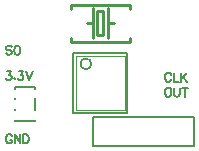
<source format=gto>
G04 Layer: TopSilkLayer*
G04 EasyEDA v6.4.7, 2021-01-18T10:53:27+01:00*
G04 ca9b9a0dce2c468c998d6246f507db70,8dc9eacff13444d6b60fd3cb587e6cd5,01*
G04 Gerber Generator version 0.2*
G04 Scale: 100 percent, Rotated: No, Reflected: No *
G04 Dimensions in inches *
G04 leading zeros omitted , absolute positions ,2 integer and 4 decimal *
%FSLAX24Y24*%
%MOIN*%
G90*
D02*

%ADD10C,0.010000*%
%ADD19C,0.006000*%
%ADD20C,0.008000*%
%ADD21C,0.002000*%
%ADD22C,0.007000*%

%LPD*%
G54D19*
G01X2220Y1053D02*
G01X2220Y1016D01*
G01X1582Y1016D01*
G01X1582Y1053D01*
G01X1582Y2099D02*
G01X1582Y2136D01*
G01X2220Y2136D01*
G01X2220Y2099D01*
G01X2220Y1782D02*
G01X2220Y1371D01*
G01X1582Y1745D02*
G01X1582Y1782D01*
G01X1582Y1371D02*
G01X1582Y1408D01*
G54D20*
G01X7519Y1161D02*
G01X7519Y177D01*
G01X4173Y177D01*
G01X4173Y1161D01*
G01X7519Y1161D01*
G54D19*
G01X5308Y3273D02*
G01X3510Y3273D01*
G01X3510Y1293D01*
G01X5308Y1293D01*
G01X5308Y3273D01*
G54D21*
G01X5218Y3183D02*
G01X3600Y3183D01*
G01X3600Y1383D01*
G01X5218Y1383D01*
G01X5218Y3183D01*
G54D10*
G01X5391Y4737D02*
G01X5391Y4897D01*
G01X3431Y4897D01*
G01X3431Y4737D01*
G01X3431Y3797D02*
G01X3431Y3637D01*
G01X5391Y3637D01*
G01X5391Y3797D01*
G01X4311Y4667D02*
G01X4311Y3867D01*
G01X4511Y3867D01*
G01X4511Y4667D01*
G01X4311Y4667D01*
G01X4161Y4767D02*
G01X4161Y4267D01*
G01X4161Y3767D01*
G01X4661Y4767D02*
G01X4661Y4267D01*
G01X4661Y3767D01*
G01X4161Y4267D02*
G01X3961Y4267D01*
G01X4661Y4267D02*
G01X4861Y4267D01*
G54D22*
G01X1288Y2670D02*
G01X1438Y2670D01*
G01X1356Y2561D01*
G01X1397Y2561D01*
G01X1425Y2547D01*
G01X1438Y2533D01*
G01X1452Y2492D01*
G01X1452Y2465D01*
G01X1438Y2424D01*
G01X1411Y2397D01*
G01X1370Y2383D01*
G01X1329Y2383D01*
G01X1288Y2397D01*
G01X1275Y2411D01*
G01X1261Y2438D01*
G01X1556Y2452D02*
G01X1542Y2438D01*
G01X1556Y2424D01*
G01X1569Y2438D01*
G01X1556Y2452D01*
G01X1686Y2670D02*
G01X1836Y2670D01*
G01X1755Y2561D01*
G01X1796Y2561D01*
G01X1823Y2547D01*
G01X1836Y2533D01*
G01X1850Y2492D01*
G01X1850Y2465D01*
G01X1836Y2424D01*
G01X1809Y2397D01*
G01X1768Y2383D01*
G01X1727Y2383D01*
G01X1686Y2397D01*
G01X1673Y2411D01*
G01X1659Y2438D01*
G01X1940Y2670D02*
G01X2049Y2383D01*
G01X2158Y2670D02*
G01X2049Y2383D01*
G01X6766Y2552D02*
G01X6752Y2579D01*
G01X6725Y2606D01*
G01X6697Y2620D01*
G01X6643Y2620D01*
G01X6616Y2606D01*
G01X6588Y2579D01*
G01X6575Y2552D01*
G01X6561Y2511D01*
G01X6561Y2442D01*
G01X6575Y2402D01*
G01X6588Y2374D01*
G01X6616Y2347D01*
G01X6643Y2333D01*
G01X6697Y2333D01*
G01X6725Y2347D01*
G01X6752Y2374D01*
G01X6766Y2402D01*
G01X6856Y2620D02*
G01X6856Y2333D01*
G01X6856Y2333D02*
G01X7019Y2333D01*
G01X7109Y2620D02*
G01X7109Y2333D01*
G01X7300Y2620D02*
G01X7109Y2429D01*
G01X7177Y2497D02*
G01X7300Y2333D01*
G01X1466Y502D02*
G01X1452Y529D01*
G01X1425Y556D01*
G01X1397Y570D01*
G01X1343Y570D01*
G01X1316Y556D01*
G01X1288Y529D01*
G01X1275Y502D01*
G01X1261Y461D01*
G01X1261Y392D01*
G01X1275Y352D01*
G01X1288Y324D01*
G01X1316Y297D01*
G01X1343Y283D01*
G01X1397Y283D01*
G01X1425Y297D01*
G01X1452Y324D01*
G01X1466Y352D01*
G01X1466Y392D01*
G01X1397Y392D02*
G01X1466Y392D01*
G01X1556Y570D02*
G01X1556Y283D01*
G01X1556Y570D02*
G01X1746Y283D01*
G01X1746Y570D02*
G01X1746Y283D01*
G01X1836Y570D02*
G01X1836Y283D01*
G01X1836Y570D02*
G01X1932Y570D01*
G01X1973Y556D01*
G01X2000Y529D01*
G01X2014Y502D01*
G01X2027Y461D01*
G01X2027Y392D01*
G01X2014Y352D01*
G01X2000Y324D01*
G01X1973Y297D01*
G01X1932Y283D01*
G01X1836Y283D01*
G01X1452Y3479D02*
G01X1425Y3506D01*
G01X1384Y3520D01*
G01X1329Y3520D01*
G01X1288Y3506D01*
G01X1261Y3479D01*
G01X1261Y3452D01*
G01X1275Y3424D01*
G01X1288Y3411D01*
G01X1316Y3397D01*
G01X1397Y3370D01*
G01X1425Y3356D01*
G01X1438Y3342D01*
G01X1452Y3315D01*
G01X1452Y3274D01*
G01X1425Y3247D01*
G01X1384Y3233D01*
G01X1329Y3233D01*
G01X1288Y3247D01*
G01X1261Y3274D01*
G01X1624Y3520D02*
G01X1583Y3506D01*
G01X1556Y3465D01*
G01X1542Y3397D01*
G01X1542Y3356D01*
G01X1556Y3288D01*
G01X1583Y3247D01*
G01X1624Y3233D01*
G01X1651Y3233D01*
G01X1692Y3247D01*
G01X1719Y3288D01*
G01X1733Y3356D01*
G01X1733Y3397D01*
G01X1719Y3465D01*
G01X1692Y3506D01*
G01X1651Y3520D01*
G01X1624Y3520D01*
G01X6643Y2120D02*
G01X6616Y2106D01*
G01X6588Y2079D01*
G01X6575Y2052D01*
G01X6561Y2011D01*
G01X6561Y1942D01*
G01X6575Y1902D01*
G01X6588Y1874D01*
G01X6616Y1847D01*
G01X6643Y1833D01*
G01X6697Y1833D01*
G01X6725Y1847D01*
G01X6752Y1874D01*
G01X6766Y1902D01*
G01X6779Y1942D01*
G01X6779Y2011D01*
G01X6766Y2052D01*
G01X6752Y2079D01*
G01X6725Y2106D01*
G01X6697Y2120D01*
G01X6643Y2120D01*
G01X6869Y2120D02*
G01X6869Y1915D01*
G01X6883Y1874D01*
G01X6910Y1847D01*
G01X6951Y1833D01*
G01X6978Y1833D01*
G01X7019Y1847D01*
G01X7046Y1874D01*
G01X7060Y1915D01*
G01X7060Y2120D01*
G01X7246Y2120D02*
G01X7246Y1833D01*
G01X7150Y2120D02*
G01X7341Y2120D01*
G54D19*
G75*
G01X3929Y2743D02*
G03X3928Y2743I-1J180D01*
G01*
M00*
M02*

</source>
